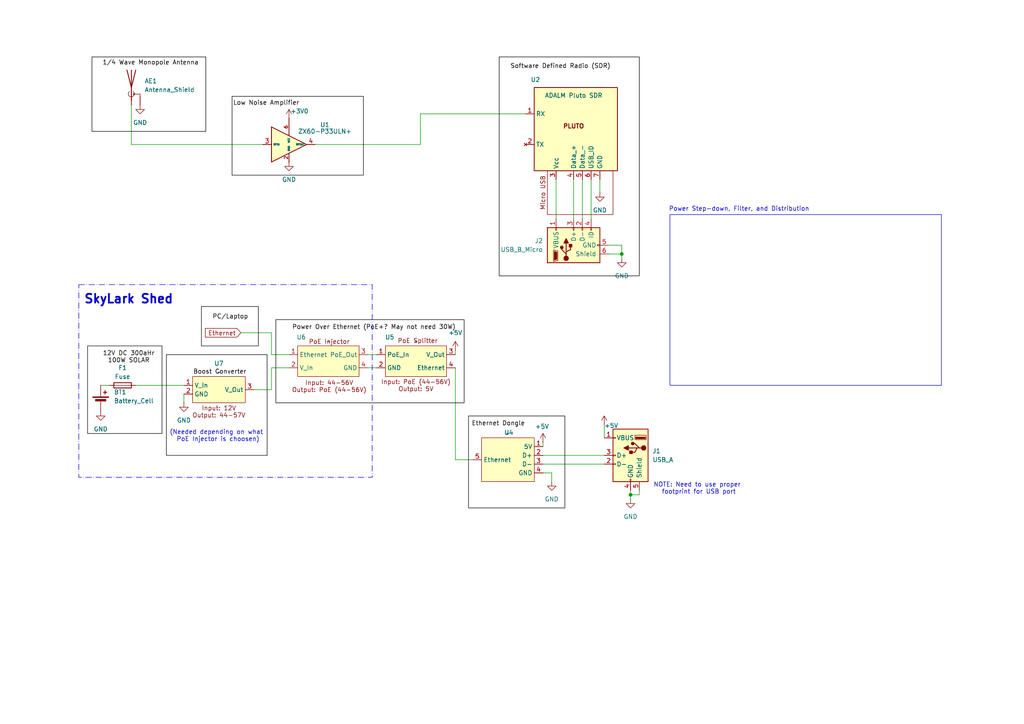
<source format=kicad_sch>
(kicad_sch (version 20231120) (generator "eeschema") (generator_version "8.0")
  (paper "A4")
  (title_block (date "2025-02-09") (rev "Version 1.2"))
  (lib_symbols
    (symbol "Connector:USB_A" (pin_names (offset 1.016))
      (property "Reference" "J" (at -5.08 11.43 0))
      (property "Value" "USB_A" (at -5.08 8.89 0))
      (symbol "USB_A_0_1"
        (rectangle (start -5.08 -7.62) (end 5.08 7.62) (stroke (width 0.254)) (fill (type background)))
        (circle (center -3.81 2.159) (radius 0.635) (stroke (width 0.254)) (fill (type outline)))
        (rectangle (start -1.524 4.826) (end -4.318 5.334) (fill (type outline)))
        (rectangle (start -1.27 4.572) (end -4.572 5.842))
        (circle (center -0.635 3.429) (radius 0.381) (stroke (width 0.254)) (fill (type outline)))
        (rectangle (start -0.127 -7.62) (end 0.127 -6.858))
        (polyline (pts (xy -3.175 2.159) (xy -2.54 2.159) (xy -1.27 3.429) (xy -0.635 3.429)) (stroke (width 0.254)))
        (polyline (pts (xy -2.54 2.159) (xy -1.905 2.159) (xy -1.27 0.889) (xy 0 0.889)) (stroke (width 0.254)))
        (polyline (pts (xy 0.635 2.794) (xy 0.635 1.524) (xy 1.905 2.159) (xy 0.635 2.794)) (stroke (width 0.254)) (fill (type outline)))
        (rectangle (start 0.254 1.27) (end -0.508 0.508) (stroke (width 0.254)) (fill (type outline)))
        (rectangle (start 5.08 -2.667) (end 4.318 -2.413))
        (rectangle (start 5.08 -0.127) (end 4.318 0.127))
        (rectangle (start 5.08 4.953) (end 4.318 5.207))
      )
      (symbol "USB_A_1_1"
        (polyline (pts (xy -1.905 2.159) (xy 0.635 2.159)) (stroke (width 0.254)))
        (pin power_in line (at 7.62 5.08 180) (length 2.54) (name "VBUS") (number "1"))
        (pin bidirectional line (at 7.62 -2.54 180) (length 2.54) (name "D-") (number "2"))
        (pin bidirectional line (at 7.62 0 180) (length 2.54) (name "D+") (number "3"))
        (pin power_in line (at 0 -10.16 90) (length 2.54) (name "GND") (number "4"))
        (pin passive line (at -2.54 -10.16 90) (length 2.54) (name "Shield") (number "5"))
      )
    )
    (symbol "Connector:USB_B_Micro" (pin_names (offset 1.016))
      (property "Reference" "J" (at -5.08 11.43 0))
      (property "Value" "USB_B_Micro" (at -5.08 8.89 0))
      (symbol "USB_B_Micro_0_1"
        (rectangle (start -5.08 -7.62) (end 5.08 7.62) (stroke (width 0.254)) (fill (type background)))
        (circle (center -3.81 2.159) (radius 0.635) (stroke (width 0.254)) (fill (type outline)))
        (circle (center -0.635 3.429) (radius 0.381) (stroke (width 0.254)) (fill (type outline)))
        (rectangle (start -0.127 -7.62) (end 0.127 -6.858))
        (polyline (pts (xy -1.905 2.159) (xy 0.635 2.159)) (stroke (width 0.254)))
        (polyline (pts (xy -3.175 2.159) (xy -2.54 2.159) (xy -1.27 3.429) (xy -0.635 3.429)) (stroke (width 0.254)))
        (polyline (pts (xy -2.54 2.159) (xy -1.905 2.159) (xy -1.27 0.889) (xy 0 0.889)) (stroke (width 0.254)))
        (polyline (pts (xy 0.635 2.794) (xy 0.635 1.524) (xy 1.905 2.159) (xy 0.635 2.794)) (stroke (width 0.254)) (fill (type outline)))
        (polyline (pts (xy -4.318 5.588) (xy -1.778 5.588) (xy -2.032 4.826) (xy -4.064 4.826) (xy -4.318 5.588)) (fill (type outline)))
        (polyline (pts (xy -4.699 5.842) (xy -4.699 5.588) (xy -4.445 4.826) (xy -4.445 4.572) (xy -1.651 4.572) (xy -1.651 4.826) (xy -1.397 5.588) (xy -1.397 5.842) (xy -4.699 5.842)))
        (rectangle (start 0.254 1.27) (end -0.508 0.508) (stroke (width 0.254)) (fill (type outline)))
        (rectangle (start 5.08 -5.207) (end 4.318 -4.953))
        (rectangle (start 5.08 -2.667) (end 4.318 -2.413))
        (rectangle (start 5.08 -0.127) (end 4.318 0.127))
        (rectangle (start 5.08 4.953) (end 4.318 5.207))
      )
      (symbol "USB_B_Micro_1_1"
        (pin power_out line (at 7.62 5.08 180) (length 2.54) (name "VBUS") (number "1"))
        (pin bidirectional line (at 7.62 -2.54 180) (length 2.54) (name "D-") (number "2"))
        (pin bidirectional line (at 7.62 0 180) (length 2.54) (name "D+") (number "3"))
        (pin passive line (at 7.62 -5.08 180) (length 2.54) (name "ID") (number "4"))
        (pin power_out line (at 0 -10.16 90) (length 2.54) (name "GND") (number "5"))
        (pin passive line (at -2.54 -10.16 90) (length 2.54) (name "Shield") (number "6"))
      )
    )
    (symbol "Device:Antenna_Shield" (pin_numbers hide) (pin_names (offset 1.016) hide)
      (property "Reference" "AE" (at -1.905 4.445 0))
      (property "Value" "Antenna_Shield" (at -1.905 2.54 0))
      (symbol "Antenna_Shield_0_1"
        (arc (start -0.508 -1.143) (mid -0.8429 -2.1194) (end 0 -2.667))
        (arc (start 0 -2.667) (mid 0.7989 -2.1052) (end 0.508 -1.143))
        (polyline (pts (xy 0 -2.54) (xy 0 0)))
        (polyline (pts (xy 0 5.08) (xy 0 -3.81)) (stroke (width 0.254)))
        (polyline (pts (xy 0.762 -1.905) (xy 2.54 -1.905)))
        (polyline (pts (xy 2.54 -2.54) (xy 2.54 -1.905)))
        (polyline (pts (xy 1.27 5.08) (xy 0 0) (xy -1.27 5.08)) (stroke (width 0.254)))
        (circle (center 0.762 -1.905) (radius 0.1778) (fill (type outline)))
      )
      (symbol "Antenna_Shield_1_1"
        (pin input line (at 0 -5.08 90) (length 2.54) (name "A") (number "1"))
        (pin input line (at 2.54 -5.08 90) (length 2.54) (name "Shield") (number "2"))
      )
    )
    (symbol "Device:Battery_Cell" (pin_numbers hide) (pin_names (offset 0) hide)
      (property "Reference" "BT" (at 2.54 2.54 0))
      (property "Value" "Battery_Cell" (at 2.54 0 0))
      (symbol "Battery_Cell_0_1"
        (rectangle (start -2.286 1.778) (end 2.286 1.524) (fill (type outline)))
        (rectangle (start -1.524 1.016) (end 1.524 0.508) (fill (type outline)))
        (polyline (pts (xy 0 0.762) (xy 0 0)))
        (polyline (pts (xy 0 1.778) (xy 0 2.54)))
        (polyline (pts (xy 0.762 3.048) (xy 1.778 3.048)) (stroke (width 0.254)))
        (polyline (pts (xy 1.27 3.556) (xy 1.27 2.54)) (stroke (width 0.254)))
      )
      (symbol "Battery_Cell_1_1"
        (pin passive line (at 0 5.08 270) (length 2.54) (name "+") (number "1"))
        (pin passive line (at 0 -2.54 90) (length 2.54) (name "-") (number "2"))
      )
    )
    (symbol "Device:Fuse" (pin_numbers hide) (pin_names (offset 0))
      (property "Reference" "F" (at 2.032 0 90))
      (property "Value" "Fuse" (at -1.905 0 90))
      (symbol "Fuse_0_1"
        (rectangle (start -0.762 -2.54) (end 0.762 2.54) (stroke (width 0.254)))
        (polyline (pts (xy 0 2.54) (xy 0 -2.54)))
      )
      (symbol "Fuse_1_1"
        (pin passive line (at 0 3.81 270) (length 1.27) (name "~") (number "1"))
        (pin passive line (at 0 -3.81 90) (length 1.27) (name "~") (number "2"))
      )
    )
    (symbol "Radio Telescope:ADALM_Pluto_SDR"
      (property "Reference" "U2" (at -12.446 -9.906 0))
      (property "Value" "ADALM Pluto SDR" (at -8.382 -5.334 0))
      (symbol "ADALM_Pluto_SDR_0_1"
        (rectangle (start -11.43 16.51) (end 12.7 -7.62) (stroke (width 0.254)) (fill (type background)))
        (rectangle (start -7.62 29.21) (end 11.43 16.51))
      )
      (symbol "ADALM_Pluto_SDR_1_1"
        (text "Micro USB" (at -8.89 22.86 900) (effects (font (size 1.27 1.27))))
        (text "PLUTO" (at 0 3.556 0) (effects (font (size 1.27 1.27) (thickness 0.254) (bold yes))))
        (pin output line (at -13.97 0 0) (length 2.54) (name "RX") (number "1"))
        (pin no_connect line (at -13.97 8.89 0) (length 2.54) (name "TX") (number "2"))
        (pin power_in line (at -5.08 19.05 270) (length 2.54) (name "Vcc") (number "3"))
        (pin bidirectional line (at 0 19.05 270) (length 2.54) (name "Data_+") (number "4"))
        (pin bidirectional line (at 2.54 19.05 270) (length 2.54) (name "Data_-") (number "5"))
        (pin input line (at 5.08 19.05 270) (length 2.54) (name "USB_ID") (number "6"))
        (pin power_in line (at 7.62 19.05 270) (length 2.54) (name "GND") (number "7"))
      )
    )
    (symbol "Radio Telescope:Boost_Converter"
      (property "Reference" "U" (at 0 0 0))
      (symbol "Boost_Converter_0_1"
        (rectangle (start -7.62 -1.27) (end 7.62 -8.89) (fill (type background)))
      )
      (symbol "Boost_Converter_1_1"
        (text "Input: 12V\nOutput: 44-57V" (at 0 -11.43 0) (effects (font (size 1.27 1.27))))
        (pin power_in line (at -10.16 -3.81 0) (length 2.54) (name "V_In") (number "1"))
        (pin power_in line (at -10.16 -6.35 0) (length 2.54) (name "GND") (number "2"))
        (pin power_out line (at 10.16 -5.08 180) (length 2.54) (name "V_Out") (number "3"))
      )
    )
    (symbol "Radio Telescope:Ethernet_Dongle"
      (property "Reference" "U" (at 0 0 0))
      (symbol "Ethernet_Dongle_0_1"
        (rectangle (start -7.62 -2.54) (end 7.62 -15.24) (fill (type background)))
      )
      (symbol "Ethernet_Dongle_1_1"
        (pin power_in line (at 10.16 -5.08 180) (length 2.54) (name "5V") (number "1"))
        (pin bidirectional line (at 10.16 -7.62 180) (length 2.54) (name "D+") (number "2"))
        (pin bidirectional line (at 10.16 -10.16 180) (length 2.54) (name "D-") (number "3"))
        (pin power_in line (at 10.16 -12.7 180) (length 2.54) (name "GND") (number "4"))
        (pin bidirectional line (at -10.16 -8.89 0) (length 2.54) (name "Ethernet") (number "5"))
      )
    )
    (symbol "Radio Telescope:PoE_Injector"
      (property "Reference" "U" (at 0 2.54 0))
      (symbol "PoE_Injector_0_1"
        (rectangle (start -8.89 -1.27) (end 8.89 -10.16) (fill (type background)))
      )
      (symbol "PoE_Injector_1_1"
        (text "Input: 44-56V\nOutput: PoE (44-56V)" (at 0.254 -12.954 0) (effects (font (size 1.27 1.27))))
        (text "PoE Injector" (at 0.254 0 0) (effects (font (size 1.27 1.27))))
        (pin bidirectional line (at -11.43 -3.81 0) (length 2.54) (name "Ethernet") (number "1"))
        (pin power_in line (at -11.43 -7.62 0) (length 2.54) (name "V_In") (number "2"))
        (pin bidirectional line (at 11.43 -3.81 180) (length 2.54) (name "PoE_Out") (number "3"))
        (pin power_out line (at 11.43 -7.62 180) (length 2.54) (name "GND") (number "4"))
      )
    )
    (symbol "Radio Telescope:PoE_Spliter"
      (property "Reference" "U5" (at -7.62 1.27 0))
      (property "Value" "~" (at 0 0 0))
      (symbol "PoE_Spliter_0_1"
        (rectangle (start -8.89 -1.27) (end 8.89 -10.16) (fill (type background)))
      )
      (symbol "PoE_Spliter_1_1"
        (text "Input: PoE (44-56V)\nOutput: 5V" (at 0 -12.7 0) (effects (font (size 1.27 1.27))))
        (text "PoE Splitter" (at 0.508 0.254 0) (effects (font (size 1.27 1.27))))
        (pin bidirectional line (at -11.43 -3.81 0) (length 2.54) (name "PoE_In") (number "1"))
        (pin power_in line (at -11.43 -7.62 0) (length 2.54) (name "GND") (number "2"))
        (pin power_out line (at 11.43 -3.81 180) (length 2.54) (name "V_Out") (number "3"))
        (pin bidirectional line (at 11.43 -7.62 180) (length 2.54) (name "Ethernet") (number "4"))
      )
    )
    (symbol "Radio Telescope:ZX60-P33ULN+"
      (property "Reference" "U1" (at 13.208 0.762 0))
      (symbol "ZX60-P33ULN+_0_1"
        (polyline (pts (xy 1.27 1.27) (xy 1.27 -6.35) (xy 1.27 -8.89) (xy 11.43 -3.81) (xy 1.27 1.27)) (stroke (width 0.254)) (fill (type background)))
      )
      (symbol "ZX60-P33ULN+_1_1"
        (pin power_in line (at 6.35 -8.89 90) (length 2.54) (name "GND") (number "2"))
        (pin input line (at -1.27 -3.81 0) (length 2.54) (name "RFIN") (number "3"))
        (pin output line (at 13.97 -3.81 180) (length 2.54) (name "RFOUT") (number "4"))
        (pin passive line (at 6.35 -8.89 90) (length 2.54) hide (name "GND") (number "5"))
        (pin power_in line (at 6.35 3.81 270) (length 5.08) (name "VCC") (number "6"))
      )
    )
    (symbol "power:+3V0" (power) (pin_numbers hide) (pin_names (offset 0) hide)
      (property "Value" "+3V0" (at 0 3.556 0))
      (symbol "+3V0_0_1"
        (polyline (pts (xy -0.762 1.27) (xy 0 2.54)))
        (polyline (pts (xy 0 0) (xy 0 2.54)))
        (polyline (pts (xy 0 2.54) (xy 0.762 1.27)))
      )
      (symbol "+3V0_1_1"
        (pin power_in line (at 0 0 90) (length 0) (name "~") (number "1"))
      )
    )
    (symbol "power:+5V" (power) (pin_numbers hide) (pin_names (offset 0) hide)
      (property "Value" "+5V" (at 0 3.556 0))
      (symbol "+5V_0_1"
        (polyline (pts (xy -0.762 1.27) (xy 0 2.54)))
        (polyline (pts (xy 0 0) (xy 0 2.54)))
        (polyline (pts (xy 0 2.54) (xy 0.762 1.27)))
      )
      (symbol "+5V_1_1"
        (pin power_in line (at 0 0 90) (length 0) (name "~") (number "1"))
      )
    )
    (symbol "power:GND" (power) (pin_numbers hide) (pin_names (offset 0) hide)
      (property "Value" "GND" (at 0 -3.81 0))
      (symbol "GND_0_1"
        (polyline (pts (xy 0 0) (xy 0 -1.27) (xy 1.27 -1.27) (xy 0 -2.54) (xy -1.27 -1.27) (xy 0 -1.27)))
      )
      (symbol "GND_1_1"
        (pin power_in line (at 0 0 270) (length 0) (name "~") (number "1"))
      )
    )
  )
  (junction (at 180.34 73.66))
  (junction (at 182.88 143.51))
  (wire (pts (xy 39.37 111.76) (xy 53.34 111.76)))
  (wire (pts (xy 171.45 52.07) (xy 171.45 63.5)))
  (wire (pts (xy 121.92 41.91) (xy 91.44 41.91)))
  (wire (pts (xy 185.42 142.24) (xy 185.42 143.51)))
  (wire (pts (xy 157.48 132.08) (xy 175.26 132.08)))
  (wire (pts (xy 166.37 52.07) (xy 166.37 63.5)))
  (wire (pts (xy 168.91 52.07) (xy 168.91 63.5)))
  (wire (pts (xy 121.92 33.02) (xy 121.92 41.91)))
  (wire (pts (xy 83.82 102.87) (xy 78.74 102.87)))
  (wire (pts (xy 106.68 106.68) (xy 109.22 106.68)))
  (wire (pts (xy 121.92 33.02) (xy 152.4 33.02)))
  (wire (pts (xy 180.34 73.66) (xy 180.34 74.93)))
  (wire (pts (xy 132.08 101.6) (xy 132.08 102.87)))
  (wire (pts (xy 157.48 137.16) (xy 160.02 137.16)))
  (wire (pts (xy 176.53 71.12) (xy 180.34 71.12)))
  (wire (pts (xy 160.02 137.16) (xy 160.02 139.7)))
  (wire (pts (xy 38.1 30.48) (xy 38.1 41.91)))
  (wire (pts (xy 180.34 71.12) (xy 180.34 73.66)))
  (wire (pts (xy 78.74 113.03) (xy 73.66 113.03)))
  (wire (pts (xy 182.88 143.51) (xy 185.42 143.51)))
  (wire (pts (xy 176.53 73.66) (xy 180.34 73.66)))
  (wire (pts (xy 83.82 106.68) (xy 78.74 106.68)))
  (wire (pts (xy 78.74 102.87) (xy 78.74 96.52)))
  (wire (pts (xy 132.08 106.68) (xy 132.08 133.35)))
  (wire (pts (xy 157.48 128.27) (xy 157.48 129.54)))
  (wire (pts (xy 175.26 134.62) (xy 157.48 134.62)))
  (wire (pts (xy 182.88 144.78) (xy 182.88 143.51)))
  (wire (pts (xy 132.08 133.35) (xy 137.16 133.35)))
  (wire (pts (xy 78.74 106.68) (xy 78.74 113.03)))
  (wire (pts (xy 69.85 96.52) (xy 78.74 96.52)))
  (wire (pts (xy 173.99 52.07) (xy 173.99 55.88)))
  (wire (pts (xy 182.88 142.24) (xy 182.88 143.51)))
  (wire (pts (xy 175.26 123.19) (xy 175.26 127)))
  (wire (pts (xy 106.68 102.87) (xy 109.22 102.87)))
  (wire (pts (xy 38.1 41.91) (xy 76.2 41.91)))
  (wire (pts (xy 29.21 111.76) (xy 31.75 111.76)))
  (wire (pts (xy 53.34 114.3) (xy 53.34 116.84)))
  (wire (pts (xy 161.29 52.07) (xy 161.29 63.5)))
  (rectangle (start 22.86 82.55) (end 107.95 138.43) (stroke (width 0) (type dash_dot)))
  (rectangle (start 26.67 16.51) (end 59.69 38.1) (stroke (width 0) (color 0 0 0 1)))
  (rectangle (start 67.31 27.94) (end 105.41 50.8) (stroke (width 0) (color 0 0 0 1)))
  (rectangle (start 144.78 16.51) (end 185.42 80.01) (stroke (width 0) (color 0 0 0 1)))
  (rectangle (start 273.05 111.76) (end 194.31 62.23))
  (rectangle (start 25.4 100.33) (end 46.99 125.73) (stroke (width 0) (color 0 0 0 1)))
  (rectangle (start 58.42 88.9) (end 74.93 100.33) (stroke (width 0) (color 0 0 0 1)))
  (rectangle (start 48.26 102.87) (end 77.47 132.08) (stroke (width 0) (color 0 0 0 1)))
  (rectangle (start 135.89 120.65) (end 163.83 147.32) (stroke (width 0) (color 0 0 0 1)))
  (rectangle (start 80.01 92.71) (end 134.62 116.84) (stroke (width 0) (color 0 0 0 1)))
  (text "NOTE: Need to use proper \nfootprint for USB port" (at 202.692 141.732 0) (effects (font (size 1.27 1.27))))
  (text "(Needed depending on what \nPoE Injector is choosen)" (at 63.246 126.492 0) (effects (font (size 1.27 1.27))))
  (text "Low Noise Amplifier" (at 77.216 29.972 0) (effects (font (size 1.27 1.27))))
  (text "12V DC 300aHr\n100W SOLAR\n" (at 37.338 103.632 0) (effects (font (size 1.27 1.27))))
  (text "Power Step-down, Filter, and Distribution" (at 214.376 60.706 0) (effects (font (size 1.27 1.27))))
  (text "Boost Converter\n" (at 63.754 107.95 0) (effects (font (size 1.27 1.27))))
  (text "1/4 Wave Monopole Antenna" (at 43.688 18.288 0) (effects (font (size 1.27 1.27))))
  (text "Power Over Ethernet (PoE+? May not need 30W)\n" (at 108.458 94.996 0) (effects (font (size 1.27 1.27))))
  (text "PC/Laptop" (at 66.802 91.948 0) (effects (font (size 1.27 1.27))))
  (text "Ethernet Dongle" (at 144.526 122.936 0) (effects (font (size 1.27 1.27))))
  (text "SkyLark Shed" (at 37.338 86.868 0) (effects (font (size 2.54 2.54) (thickness 0.508) (bold yes))))
  (text "Software Defined Radio (SDR)" (at 162.56 19.304 0) (effects (font (size 1.27 1.27))))
  (global_label "Ethernet" (shape input) (at 69.85 96.52 180) (property "Intersheetrefs" "${INTERSHEET_REFS}" (effects (hide yes))))
  (symbol (lib_id "power:GND") (at 83.82 46.99 0) (unit 1)
    (property "Reference" "#PWR02" (effects (hide yes)))
    (property "Value" "GND" (at 83.82 52.07 0))
    (property "Description" "Power symbol creates a global label with name \"GND\" , ground" (effects (hide yes)))
  )
  (symbol (lib_id "power:+5V") (at 132.08 101.6 0) (unit 1)
    (property "Reference" "#PWR08" (effects (hide yes)))
    (property "Value" "+5V" (at 132.08 96.52 0))
    (property "Description" "Power symbol creates a global label with name \"+5V\"" (effects (hide yes)))
  )
  (symbol (lib_id "Radio Telescope:ADALM_Pluto_SDR") (at 166.37 33.02 0) (mirror x) (unit 1)
    (property "Reference" "U2" (at 153.924 23.114 0) (effects (justify left)))
    (property "Value" "ADALM Pluto SDR" (at 157.988 27.686 0) (effects (justify left)))
  )
  (symbol (lib_id "power:GND") (at 182.88 144.78 0) (unit 1)
    (property "Reference" "#PWR03" (effects (hide yes)))
    (property "Value" "GND" (at 182.88 149.86 0))
    (property "Description" "Power symbol creates a global label with name \"GND\" , ground" (effects (hide yes)))
  )
  (symbol (lib_id "Radio Telescope:PoE_Spliter") (at 120.65 99.06 0) (unit 1)
    (property "Reference" "U5" (at 113.03 97.79 0))
    (property "Value" "~" (at 120.65 99.06 0))
  )
  (symbol (lib_id "power:+3V0") (at 83.82 34.29 0) (unit 1)
    (property "Reference" "#PWR012" (effects (hide yes)))
    (property "Value" "+3V0" (at 86.868 32.258 0))
    (property "Description" "Power symbol creates a global label with name \"+3V0\"" (effects (hide yes)))
  )
  (symbol (lib_id "Radio Telescope:ZX60-P33ULN+") (at 77.47 38.1 0) (unit 1)
    (property "Reference" "U1" (at 94.234 36.1949 0))
    (property "Value" "ZX60-P33ULN+" (at 94.234 38.1 0))
  )
  (symbol (lib_id "power:GND") (at 53.34 116.84 0) (unit 1)
    (property "Reference" "#PWR011" (effects (hide yes)))
    (property "Value" "GND" (at 53.34 121.92 0))
    (property "Description" "Power symbol creates a global label with name \"GND\" , ground" (effects (hide yes)))
  )
  (symbol (lib_id "power:GND") (at 173.99 55.88 0) (unit 1)
    (property "Reference" "#PWR09" (effects (hide yes)))
    (property "Value" "GND" (at 173.99 60.96 0))
    (property "Description" "Power symbol creates a global label with name \"GND\" , ground" (effects (hide yes)))
  )
  (symbol (lib_id "Device:Antenna_Shield") (at 38.1 25.4 0) (unit 1)
    (property "Reference" "AE1" (at 41.91 23.4949 0) (effects (justify left)))
    (property "Value" "Antenna_Shield" (at 41.91 26.0349 0) (effects (justify left)))
    (property "Description" "Antenna with extra pin for shielding" (effects (hide yes)))
  )
  (symbol (lib_id "Device:Battery_Cell") (at 29.21 116.84 0) (unit 1)
    (property "Reference" "BT1" (at 33.02 113.7284 0) (effects (justify left)))
    (property "Value" "Battery_Cell" (at 33.02 116.2684 0) (effects (justify left)))
    (property "Description" "Single-cell battery" (effects (hide yes)))
  )
  (symbol (lib_id "Device:Fuse") (at 35.56 111.76 90) (unit 1)
    (property "Reference" "F1" (at 35.56 106.68 90))
    (property "Value" "Fuse" (at 35.56 109.22 90))
    (property "Description" "Fuse" (effects (hide yes)))
  )
  (symbol (lib_id "power:GND") (at 160.02 139.7 0) (unit 1)
    (property "Reference" "#PWR05" (effects (hide yes)))
    (property "Value" "GND" (at 160.02 144.78 0))
    (property "Description" "Power symbol creates a global label with name \"GND\" , ground" (effects (hide yes)))
  )
  (symbol (lib_id "Radio Telescope:Boost_Converter") (at 63.5 107.95 0) (unit 1)
    (property "Reference" "U7" (at 63.5 105.41 0))
    (property "Value" "~" (at 63.5 107.95 0))
  )
  (symbol (lib_id "power:GND") (at 180.34 74.93 0) (unit 1)
    (property "Reference" "#PWR07" (effects (hide yes)))
    (property "Value" "GND" (at 180.34 80.01 0))
    (property "Description" "Power symbol creates a global label with name \"GND\" , ground" (effects (hide yes)))
  )
  (symbol (lib_id "power:+5V") (at 175.26 123.19 0) (unit 1)
    (property "Reference" "#PWR04" (effects (hide yes)))
    (property "Value" "+5V" (at 177.292 123.444 0))
    (property "Description" "Power symbol creates a global label with name \"+5V\"" (effects (hide yes)))
  )
  (symbol (lib_id "power:GND") (at 29.21 119.38 0) (unit 1)
    (property "Reference" "#PWR010" (effects (hide yes)))
    (property "Value" "GND" (at 29.21 124.46 0))
    (property "Description" "Power symbol creates a global label with name \"GND\" , ground" (effects (hide yes)))
  )
  (symbol (lib_id "Radio Telescope:PoE_Injector") (at 95.25 99.06 0) (unit 1)
    (property "Reference" "U6" (at 87.376 97.79 0))
    (property "Value" "~" (at 95.25 99.06 0))
  )
  (symbol (lib_id "Connector:USB_A") (at 182.88 132.08 0) (mirror y) (unit 1)
    (property "Reference" "J1" (at 189.23 130.8099 0) (effects (justify right)))
    (property "Value" "USB_A" (at 189.23 133.3499 0) (effects (justify right)))
    (property "Description" "USB Type A connector" (effects (hide yes)))
  )
  (symbol (lib_id "Connector:USB_B_Micro") (at 166.37 71.12 90) (unit 1)
    (property "Reference" "J2" (at 157.48 69.8499 90) (effects (justify left)))
    (property "Value" "USB_B_Micro" (at 157.48 72.3899 90) (effects (justify left)))
    (property "Description" "USB Micro Type B connector" (effects (hide yes)))
  )
  (symbol (lib_id "power:GND") (at 40.64 30.48 0) (unit 1)
    (property "Reference" "#PWR01" (effects (hide yes)))
    (property "Value" "GND" (at 40.64 35.56 0))
    (property "Description" "Power symbol creates a global label with name \"GND\" , ground" (effects (hide yes)))
  )
  (symbol (lib_id "Radio Telescope:Ethernet_Dongle") (at 147.32 124.46 0) (unit 1)
    (property "Reference" "U4" (at 147.574 125.476 0))
    (property "Value" "~" (at 147.32 125.73 0))
  )
  (symbol (lib_id "power:+5V") (at 157.48 128.27 0) (unit 1)
    (property "Reference" "#PWR06" (effects (hide yes)))
    (property "Value" "+5V" (at 157.226 123.698 0))
    (property "Description" "Power symbol creates a global label with name \"+5V\"" (effects (hide yes)))
  )
)
</source>
